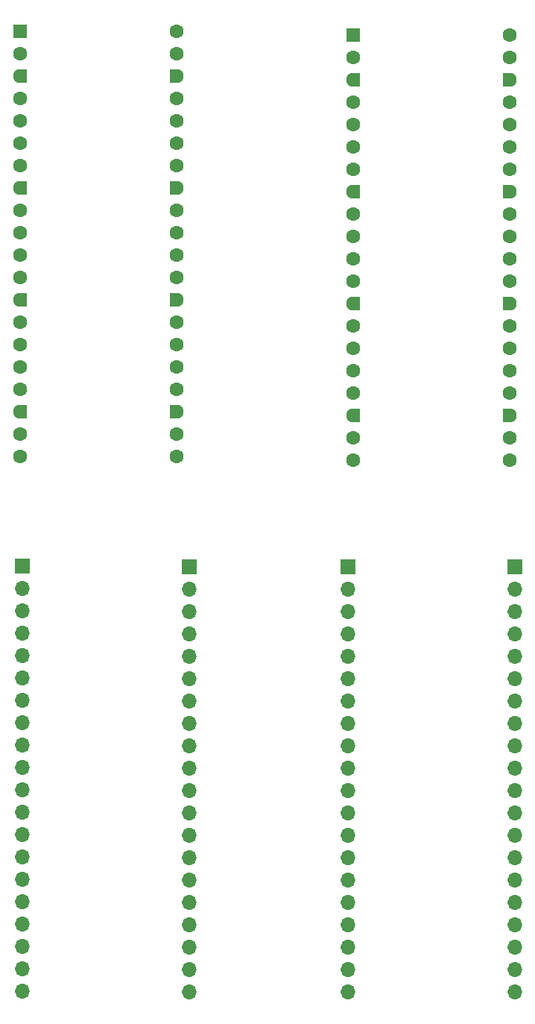
<source format=gbr>
%TF.GenerationSoftware,KiCad,Pcbnew,9.0.0*%
%TF.CreationDate,2025-03-28T14:39:21-04:00*%
%TF.ProjectId,GatorGrid,4761746f-7247-4726-9964-2e6b69636164,rev?*%
%TF.SameCoordinates,Original*%
%TF.FileFunction,Soldermask,Bot*%
%TF.FilePolarity,Negative*%
%FSLAX46Y46*%
G04 Gerber Fmt 4.6, Leading zero omitted, Abs format (unit mm)*
G04 Created by KiCad (PCBNEW 9.0.0) date 2025-03-28 14:39:21*
%MOMM*%
%LPD*%
G01*
G04 APERTURE LIST*
G04 Aperture macros list*
%AMRoundRect*
0 Rectangle with rounded corners*
0 $1 Rounding radius*
0 $2 $3 $4 $5 $6 $7 $8 $9 X,Y pos of 4 corners*
0 Add a 4 corners polygon primitive as box body*
4,1,4,$2,$3,$4,$5,$6,$7,$8,$9,$2,$3,0*
0 Add four circle primitives for the rounded corners*
1,1,$1+$1,$2,$3*
1,1,$1+$1,$4,$5*
1,1,$1+$1,$6,$7*
1,1,$1+$1,$8,$9*
0 Add four rect primitives between the rounded corners*
20,1,$1+$1,$2,$3,$4,$5,0*
20,1,$1+$1,$4,$5,$6,$7,0*
20,1,$1+$1,$6,$7,$8,$9,0*
20,1,$1+$1,$8,$9,$2,$3,0*%
%AMFreePoly0*
4,1,37,0.000000,0.796148,0.078414,0.796148,0.232228,0.765552,0.377117,0.705537,0.507515,0.618408,0.618408,0.507515,0.705537,0.377117,0.765552,0.232228,0.796148,0.078414,0.796148,-0.078414,0.765552,-0.232228,0.705537,-0.377117,0.618408,-0.507515,0.507515,-0.618408,0.377117,-0.705537,0.232228,-0.765552,0.078414,-0.796148,0.000000,-0.796148,0.000000,-0.800000,-0.600000,-0.800000,
-0.603843,-0.796157,-0.639018,-0.796157,-0.711114,-0.766294,-0.766294,-0.711114,-0.796157,-0.639018,-0.796157,-0.603843,-0.800000,-0.600000,-0.800000,0.600000,-0.796157,0.603843,-0.796157,0.639018,-0.766294,0.711114,-0.711114,0.766294,-0.639018,0.796157,-0.603843,0.796157,-0.600000,0.800000,0.000000,0.800000,0.000000,0.796148,0.000000,0.796148,$1*%
%AMFreePoly1*
4,1,37,0.603843,0.796157,0.639018,0.796157,0.711114,0.766294,0.766294,0.711114,0.796157,0.639018,0.796157,0.603843,0.800000,0.600000,0.800000,-0.600000,0.796157,-0.603843,0.796157,-0.639018,0.766294,-0.711114,0.711114,-0.766294,0.639018,-0.796157,0.603843,-0.796157,0.600000,-0.800000,0.000000,-0.800000,0.000000,-0.796148,-0.078414,-0.796148,-0.232228,-0.765552,-0.377117,-0.705537,
-0.507515,-0.618408,-0.618408,-0.507515,-0.705537,-0.377117,-0.765552,-0.232228,-0.796148,-0.078414,-0.796148,0.078414,-0.765552,0.232228,-0.705537,0.377117,-0.618408,0.507515,-0.507515,0.618408,-0.377117,0.705537,-0.232228,0.765552,-0.078414,0.796148,0.000000,0.796148,0.000000,0.800000,0.600000,0.800000,0.603843,0.796157,0.603843,0.796157,$1*%
G04 Aperture macros list end*
%ADD10C,1.600000*%
%ADD11FreePoly0,0.000000*%
%ADD12FreePoly1,0.000000*%
%ADD13RoundRect,0.200000X-0.600000X-0.600000X0.600000X-0.600000X0.600000X0.600000X-0.600000X0.600000X0*%
%ADD14R,1.700000X1.700000*%
%ADD15O,1.700000X1.700000*%
G04 APERTURE END LIST*
D10*
%TO.C,U1*%
X139000000Y-37300000D03*
X139000000Y-39840000D03*
D11*
X139000000Y-42380000D03*
D10*
X139000000Y-44920000D03*
X139000000Y-47460000D03*
X139000000Y-50000000D03*
X139000000Y-52540000D03*
D11*
X139000000Y-55080000D03*
D10*
X139000000Y-57620000D03*
X139000000Y-60160000D03*
X139000000Y-62700000D03*
X139000000Y-65240000D03*
D11*
X139000000Y-67780000D03*
D10*
X139000000Y-70320000D03*
X139000000Y-72860000D03*
X139000000Y-75400000D03*
X139000000Y-77940000D03*
D11*
X139000000Y-80480000D03*
D10*
X139000000Y-83020000D03*
X139000000Y-85560000D03*
X121220000Y-85560000D03*
X121220000Y-83020000D03*
D12*
X121220000Y-80480000D03*
D10*
X121220000Y-77940000D03*
X121220000Y-75400000D03*
X121220000Y-72860000D03*
X121220000Y-70320000D03*
D12*
X121220000Y-67780000D03*
D10*
X121220000Y-65240000D03*
X121220000Y-62700000D03*
X121220000Y-60160000D03*
X121220000Y-57620000D03*
D12*
X121220000Y-55080000D03*
D10*
X121220000Y-52540000D03*
X121220000Y-50000000D03*
X121220000Y-47460000D03*
X121220000Y-44920000D03*
D12*
X121220000Y-42380000D03*
D10*
X121220000Y-39840000D03*
D13*
X121220000Y-37300000D03*
%TD*%
D14*
%TO.C,J4*%
X121500000Y-97980000D03*
D15*
X121500000Y-100520000D03*
X121500000Y-103060000D03*
X121500000Y-105600000D03*
X121500000Y-108140000D03*
X121500000Y-110680000D03*
X121500000Y-113220000D03*
X121500000Y-115760000D03*
X121500000Y-118300000D03*
X121500000Y-120840000D03*
X121500000Y-123380000D03*
X121500000Y-125920000D03*
X121500000Y-128460000D03*
X121500000Y-131000000D03*
X121500000Y-133540000D03*
X121500000Y-136080000D03*
X121500000Y-138620000D03*
X121500000Y-141160000D03*
X121500000Y-143700000D03*
X121500000Y-146240000D03*
%TD*%
D14*
%TO.C,J7*%
X140500000Y-98100000D03*
D15*
X140500000Y-100640000D03*
X140500000Y-103180000D03*
X140500000Y-105720000D03*
X140500000Y-108260000D03*
X140500000Y-110800000D03*
X140500000Y-113340000D03*
X140500000Y-115880000D03*
X140500000Y-118420000D03*
X140500000Y-120960000D03*
X140500000Y-123500000D03*
X140500000Y-126040000D03*
X140500000Y-128580000D03*
X140500000Y-131120000D03*
X140500000Y-133660000D03*
X140500000Y-136200000D03*
X140500000Y-138740000D03*
X140500000Y-141280000D03*
X140500000Y-143820000D03*
X140500000Y-146360000D03*
%TD*%
D14*
%TO.C,J8*%
X177500000Y-98100000D03*
D15*
X177500000Y-100640000D03*
X177500000Y-103180000D03*
X177500000Y-105720000D03*
X177500000Y-108260000D03*
X177500000Y-110800000D03*
X177500000Y-113340000D03*
X177500000Y-115880000D03*
X177500000Y-118420000D03*
X177500000Y-120960000D03*
X177500000Y-123500000D03*
X177500000Y-126040000D03*
X177500000Y-128580000D03*
X177500000Y-131120000D03*
X177500000Y-133660000D03*
X177500000Y-136200000D03*
X177500000Y-138740000D03*
X177500000Y-141280000D03*
X177500000Y-143820000D03*
X177500000Y-146360000D03*
%TD*%
D14*
%TO.C,J6*%
X158500000Y-98100000D03*
D15*
X158500000Y-100640000D03*
X158500000Y-103180000D03*
X158500000Y-105720000D03*
X158500000Y-108260000D03*
X158500000Y-110800000D03*
X158500000Y-113340000D03*
X158500000Y-115880000D03*
X158500000Y-118420000D03*
X158500000Y-120960000D03*
X158500000Y-123500000D03*
X158500000Y-126040000D03*
X158500000Y-128580000D03*
X158500000Y-131120000D03*
X158500000Y-133660000D03*
X158500000Y-136200000D03*
X158500000Y-138740000D03*
X158500000Y-141280000D03*
X158500000Y-143820000D03*
X158500000Y-146360000D03*
%TD*%
D13*
%TO.C,U2*%
X159110000Y-37682500D03*
D10*
X159110000Y-40222500D03*
D12*
X159110000Y-42762500D03*
D10*
X159110000Y-45302500D03*
X159110000Y-47842500D03*
X159110000Y-50382500D03*
X159110000Y-52922500D03*
D12*
X159110000Y-55462500D03*
D10*
X159110000Y-58002500D03*
X159110000Y-60542500D03*
X159110000Y-63082500D03*
X159110000Y-65622500D03*
D12*
X159110000Y-68162500D03*
D10*
X159110000Y-70702500D03*
X159110000Y-73242500D03*
X159110000Y-75782500D03*
X159110000Y-78322500D03*
D12*
X159110000Y-80862500D03*
D10*
X159110000Y-83402500D03*
X159110000Y-85942500D03*
X176890000Y-85942500D03*
X176890000Y-83402500D03*
D11*
X176890000Y-80862500D03*
D10*
X176890000Y-78322500D03*
X176890000Y-75782500D03*
X176890000Y-73242500D03*
X176890000Y-70702500D03*
D11*
X176890000Y-68162500D03*
D10*
X176890000Y-65622500D03*
X176890000Y-63082500D03*
X176890000Y-60542500D03*
X176890000Y-58002500D03*
D11*
X176890000Y-55462500D03*
D10*
X176890000Y-52922500D03*
X176890000Y-50382500D03*
X176890000Y-47842500D03*
X176890000Y-45302500D03*
D11*
X176890000Y-42762500D03*
D10*
X176890000Y-40222500D03*
X176890000Y-37682500D03*
%TD*%
M02*

</source>
